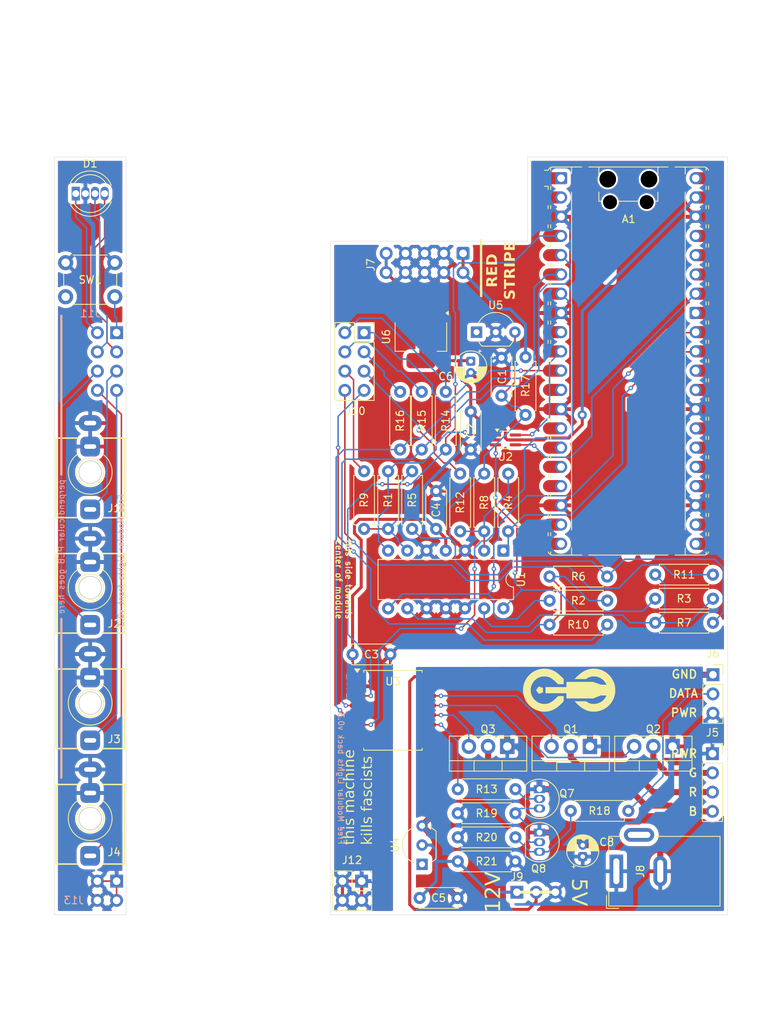
<source format=kicad_pcb>
(kicad_pcb (version 20241229) (generator "pcbnew") (generator_version "9.0")
  (title_block (title "Lights") (date "2025-11-12") (rev "v0.3") (company "Free Modular"))
  (layers (0 "F.Cu" signal) (2 "B.Cu" signal) (13 "F.Paste" user) (15 "B.Paste" user) (5 "F.SilkS" user "F.Silkscreen") (7 "B.SilkS" user "B.Silkscreen") (1 "F.Mask" user) (3 "B.Mask" user) (25 "Edge.Cuts" user))
  (net 0 "")
  (net 3 "Net-(A1-GPIO7)")
  (net 4 "/Rear Board/BTN")
  (net 18 "/Rear Board/LED_R")
  (net 19 "/Rear Board/AUDIO_IN_SCALED")
  (net 20 "/Rear Board/LED_PULSE_SIGNAL")
  (net 23 "/Rear Board/LED_B")
  (net 30 "/Rear Board/LED_G")
  (net 34 "/Rear Board/VREF_-5")
  (net 35 "/Rear Board/+12V")
  (net 36 "/Rear Board/LED Driver/LED_5V")
  (net 37 "/Rear Board/LED Driver/LED_GND")
  (net 38 "/Rear Board/LED Driver/LED_PWR")
  (net 39 "/Rear Board/-12V")
  (net 40 "Net-(Q1-G)")
  (net 41 "/Rear Board/LED Driver/LED_ANODE_R")
  (net 42 "Net-(Q3-G)")
  (net 43 "/Rear Board/LED Driver/LED_ANODE_G")
  (net 44 "/Rear Board/LED Driver/LED_ANODE_B")
  (net 45 "Net-(U1B--)")
  (net 46 "Net-(U1C--)")
  (net 47 "Net-(U1D--)")
  (net 48 "/Rear Board/CV_R")
  (net 49 "/Rear Board/CV_G")
  (net 50 "/Rear Board/CV_B")
  (net 51 "Net-(U1A--)")
  (net 52 "/Rear Board/IN_AUDIO")
  (net 53 "/Rear Board/LED Driver/ISOLATED_PULSE_SIGNAL")
  (net 56 "/Front Board/GND")
  (net 57 "/Front Board/IN_AUDIO")
  (net 58 "/Front Board/CV_R")
  (net 59 "/Front Board/CV_G")
  (net 60 "/Front Board/CV_B")
  (net 61 "/Front Board/BTN")
  (net 62 "/Front Board/LED_G")
  (net 63 "/Front Board/LED_B")
  (net 64 "/Front Board/LED_R")
  (net 65 "Net-(Q7-D)")
  (net 66 "Net-(Q7-G)")
  (net 67 "Net-(Q8-D)")
  (net 68 "/Rear Board/+3.3V")
  (net 69 "Net-(Q2-G)")
  (net 70 "Net-(U3-OUTD)")
  (net 71 "/Rear Board/PWM_SIGNAL_G")
  (net 72 "/Rear Board/PWM_SIGNAL_B")
  (net 73 "/Rear Board/PWM_SIGNAL_R")
  (net 75 "/Rear Board/GND")
  (net 76 "/Rear Board/G_CV_MUXED")
  (net 78 "/Rear Board/RB_CV_MUXED")
  (net 79 "Net-(U2-B2)")
  (net 80 "Net-(U2-B1)")
  (net 99 "Net-(J9-Pin_1)")
  (footprint "Capacitor_THT:C_Disc_D5.0mm_W2.5mm_P5.00mm" (layer "F.Cu") (at 113.792 65.358 -90)
    (property "Reference" "C2")
    (property "Value" "100nF")
  )
  (footprint "Package_TO_SOT_SMD:SOT-363_SC-70-6_Handsoldering" (layer "F.Cu") (at 118.364 69.088)
    (property "Reference" "U2")
    (property "Value" "SN74LVC1G3157DCKR")
  )
  (footprint "FreeModular:THONKICONN" (layer "F.Cu") (at 63.5 73.3425 180)
    (property "Reference" "J1")
    (property "Value" "THONKICONN")
    (fp_circle (center 0 0) (end -1.5 0) (stroke (width 0.12)) (fill no) (layer "Edge.Cuts"))
  )
  (footprint "Package_TO_SOT_THT:TO-220-3_Vertical" (layer "F.Cu") (at 140.462 109.54 180)
    (property "Reference" "Q2")
    (property "Value" "RFP30N06LE")
  )
  (footprint "Capacitor_THT:CP_Radial_D4.0mm_P1.50mm" (layer "F.Cu") (at 113.792 58.698 -90)
    (property "Reference" "C6")
    (property "Value" "10uF")
  )
  (footprint "Package_TO_SOT_THT:TO-220-3_Vertical" (layer "F.Cu") (at 118.618 109.54 180)
    (property "Reference" "Q3")
    (property "Value" "RFP30N06LE")
  )
  (footprint "Package_TO_SOT_THT:TO-92_Inline_Wide" (layer "F.Cu") (at 107.3575 125.095 90)
    (property "Reference" "U4")
    (property "Value" "LM4040BIZ-5")
  )
  (footprint "Package_TO_SOT_THT:TO-92_Inline_Wide" (layer "F.Cu") (at 114.554 54.864)
    (property "Reference" "U5")
    (property "Value" "LM4040BIZ-5")
  )
  (footprint "Package_SO:SOIC-16W_7.5x10.3mm_P1.27mm" (layer "F.Cu") (at 103.505 104.775)
    (property "Reference" "U3")
    (property "Value" "ISO6740")
  )
  (footprint "Package_DIP:DIP-14_W7.62mm" (layer "F.Cu") (at 118.11 83.698 -90)
    (property "Reference" "U1")
    (property "Value" "MCP6004")
  )
  (footprint "Connector_PinSocket_2.54mm:PinSocket_2x04_P2.54mm_Vertical" (layer "F.Cu") (at 99.695 54.9275)
    (property "Reference" "J10")
    (property "Value" "Conn_02x04_Top_Bottom")
  )
  (footprint "Resistor_THT:R_Axial_DIN0207_L6.3mm_D2.5mm_P7.62mm_Horizontal" (layer "F.Cu") (at 102.87 80.8355 90)
    (property "Reference" "R1")
    (property "Value" "33kΩ")
  )
  (footprint "Resistor_THT:R_Axial_DIN0207_L6.3mm_D2.5mm_P7.62mm_Horizontal" (layer "F.Cu") (at 99.695 73.2155 -90)
    (property "Reference" "R9")
    (property "Value" "100kΩ")
  )
  (footprint "Resistor_THT:R_Axial_DIN0207_L6.3mm_D2.5mm_P7.62mm_Horizontal" (layer "F.Cu") (at 131.826 90.297 180)
    (property "Reference" "R2")
    (property "Value" "33kΩ")
  )
  (footprint "Capacitor_THT:C_Disc_D5.0mm_W2.5mm_P5.00mm" (layer "F.Cu") (at 98.175 97.395)
    (property "Reference" "C3")
    (property "Value" "100nF")
  )
  (footprint "Capacitor_THT:C_Disc_D5.0mm_W2.5mm_P5.00mm" (layer "F.Cu") (at 107.0375 129.54)
    (property "Reference" "C5")
    (property "Value" "100nF")
  )
  (footprint "Resistor_THT:R_Axial_DIN0207_L6.3mm_D2.5mm_P7.62mm_Horizontal" (layer "F.Cu") (at 106.045 80.8355 90)
    (property "Reference" "R5")
    (property "Value" "51kΩ")
  )
  (footprint "Button_Switch_THT:SW_PUSH_6mm_H13mm" (layer "F.Cu") (at 60.25 45.6925)
    (property "Reference" "SW1")
    (property "Value" "TL1105SPF250Q")
  )
  (footprint "LED_THT:LED_D5.0mm-4_RGB" (layer "F.Cu") (at 61.595 36.576)
    (property "Reference" "D1")
    (property "Value" "LED_RKGB")
  )
  (footprint "Resistor_THT:R_Axial_DIN0207_L6.3mm_D2.5mm_P7.62mm_Horizontal" (layer "F.Cu") (at 119.6975 121.539 180)
    (property "Reference" "R20")
    (property "Value" "1kΩ")
  )
  (footprint "Resistor_THT:R_Axial_DIN0207_L6.3mm_D2.5mm_P7.62mm_Horizontal" (layer "F.Cu") (at 119.6975 118.364 180)
    (property "Reference" "R19")
    (property "Value" "1kΩ")
  )
  (footprint "Resistor_THT:R_Axial_DIN0207_L6.3mm_D2.5mm_P7.62mm_Horizontal" (layer "F.Cu") (at 107.315 62.738 -90)
    (property "Reference" "R15")
    (property "Value" "470Ω")
  )
  (footprint "Connector_PinSocket_2.54mm:PinSocket_2x02_P2.54mm_Vertical" (layer "F.Cu") (at 99.3775 127.3175)
    (property "Reference" "J12")
    (property "Value" "Conn_02x02_Top_Bottom")
  )
  (footprint "FreeModular:logo_small" (layer "F.Cu") (at 127.254 102.108)
    (property "Reference" "G1" (hide yes))
    (property "Value" "logo_small" (hide yes))
  )
  (footprint "Resistor_THT:R_Axial_DIN0207_L6.3mm_D2.5mm_P7.62mm_Horizontal" (layer "F.Cu") (at 131.826 93.472 180)
    (property "Reference" "R10")
    (property "Value" "100kΩ")
  )
  (footprint "Capacitor_THT:CP_Radial_D4.0mm_P1.50mm" (layer "F.Cu") (at 128.5875 124.079 90)
    (property "Reference" "C8")
    (property "Value" "10uF")
  )
  (footprint "Resistor_THT:R_Axial_DIN0207_L6.3mm_D2.5mm_P7.62mm_Horizontal" (layer "F.Cu") (at 119.6975 124.714 180)
    (property "Reference" "R21")
    (property "Value" "470Ω")
  )
  (footprint "Resistor_THT:R_Axial_DIN0207_L6.3mm_D2.5mm_P7.62mm_Horizontal" (layer "F.Cu") (at 121.031 58.166 -90)
    (property "Reference" "R17")
    (property "Value" "6.2kΩ")
  )
  (footprint "Resistor_THT:R_Axial_DIN0207_L6.3mm_D2.5mm_P7.62mm_Horizontal" (layer "F.Cu") (at 115.57 73.533 -90)
    (property "Reference" "R8")
    (property "Value" "100kΩ")
  )
  (footprint "Resistor_THT:R_Axial_DIN0207_L6.3mm_D2.5mm_P7.62mm_Horizontal" (layer "F.Cu") (at 145.796 90.043 180)
    (property "Reference" "R3")
    (property "Value" "33kΩ")
  )
  (footprint "Resistor_THT:R_Axial_DIN0207_L6.3mm_D2.5mm_P7.62mm_Horizontal" (layer "F.Cu") (at 131.826 87.122 180)
    (property "Reference" "R6")
    (property "Value" "51kΩ")
  )
  (footprint "Connector_PinSocket_2.54mm:PinSocket_1x04_P2.54mm_Vertical" (layer "F.Cu") (at 145.7325 110.49)
    (property "Reference" "J5")
    (property "Value" "Conn_01x04_Pin")
  )
  (footprint "Resistor_THT:R_Axial_DIN0207_L6.3mm_D2.5mm_P7.62mm_Horizontal" (layer "F.Cu") (at 127 118.0465)
    (property "Reference" "R18")
    (property "Value" "330Ω")
  )
  (footprint "Connector_IDC:IDC-Header_2x05_P2.54mm_Vertical" (layer "F.Cu") (at 112.776 44.4595 -90)
    (property "Reference" "J7")
    (property "Value" "Eurorack_2x5_Power")
  )
  (footprint "Package_TO_SOT_SMD:SOT-223-3_TabPin2" (layer "F.Cu") (at 107.202 55.474 -90)
    (property "Reference" "U6")
    (property "Value" "LM1117MP-3.3")
  )
  (footprint "Module:RaspberryPi_Pico_Common_Unspecified" (layer "F.Cu") (at 134.62 58.674)
    (property "Reference" "A1")
    (property "Value" "RaspberryPi_Pico")
  )
  (footprint "FreeModular:THONKICONN" (layer "F.Cu") (at 63.5 119.0625 180)
    (property "Reference" "J4")
    (property "Value" "THONKICONN")
    (fp_circle (center 0 0) (end -1.5 0) (stroke (width 0.12)) (fill no) (layer "Edge.Cuts"))
  )
  (footprint "Resistor_THT:R_Axial_DIN0207_L6.3mm_D2.5mm_P7.62mm_Horizontal" (layer "F.Cu") (at 145.796 93.218 180)
    (property "Reference" "R7")
    (property "Value" "51kΩ")
  )
  (footprint "Resistor_THT:R_Axial_DIN0207_L6.3mm_D2.5mm_P7.62mm_Horizontal" (layer "F.Cu") (at 119.6975 115.189 180)
    (property "Reference" "R13")
    (property "Value" "100Ω")
  )
  (footprint "Connector_BarrelJack:BarrelJack_Wuerth_6941xx301002" (layer "F.Cu") (at 133.0325 126.0125 90)
    (property "Reference" "J8")
    (property "Value" "Barrel_Jack")
  )
  (footprint "kikit:Board" (layer "F.Cu") (at 124.46 31.75)
    (property "Reference" "B2")
    (property "Value" "Board")
  )
  (footprint "Package_TO_SOT_THT:TO-92_Inline" (layer "F.Cu") (at 122.8725 115.189 -90)
    (property "Reference" "Q7")
    (property "Value" "2N7000")
  )
  (footprint "kikit:Board" (layer "F.Cu") (at 61.125 31.75)
    (property "Reference" "B1")
    (property "Value" "Board")
  )
  (footprint "Resistor_THT:R_Axial_DIN0207_L6.3mm_D2.5mm_P7.62mm_Horizontal" (layer "F.Cu") (at 110.49 62.738 -90)
    (property "Reference" "R14")
    (property "Value" "470Ω")
  )
  (footprint "FreeModular:THONKICONN" (layer "F.Cu") (at 63.5 103.8225 180)
    (property "Reference" "J3")
    (property "Value" "THONKICONN")
    (fp_circle (center 0 0) (end -1.5 0) (stroke (width 0.12)) (fill no) (layer "Edge.Cuts"))
  )
  (footprint "Connector_PinSocket_2.54mm:PinSocket_1x03_P2.54mm_Vertical" (layer "F.Cu") (at 145.796 100.076)
    (property "Reference" "J6")
    (property "Value" "Conn_01x03_Pin")
  )
  (footprint "Connector_PinSocket_2.54mm:PinSocket_1x03_P2.54mm_Vertical" (layer "F.Cu") (at 119.888 128.778 90)
    (property "Reference" "J9")
    (property "Value" "Conn_01x03_Pin")
  )
  (footprint "Capacitor_THT:C_Disc_D5.0mm_W2.5mm_P5.00mm" (layer "F.Cu") (at 109.22 80.8355 90)
    (property "Reference" "C4")
    (property "Value" "100nF")
  )
  (footprint "Package_TO_SOT_THT:TO-92_Inline" (layer "F.Cu") (at 122.8725 120.904 -90)
    (property "Reference" "Q8")
    (property "Value" "2N7000")
  )
  (footprint "Resistor_THT:R_Axial_DIN0207_L6.3mm_D2.5mm_P7.62mm_Horizontal" (layer "F.Cu") (at 112.395 73.533 -90)
    (property "Reference" "R12")
    (property "Value" "100kΩ")
  )
  (footprint "Resistor_THT:R_Axial_DIN0207_L6.3mm_D2.5mm_P7.62mm_Horizontal" (layer "F.Cu") (at 104.4575 62.738 -90)
    (property "Reference" "R16")
    (property "Value" "470Ω")
  )
  (footprint "FreeModular:THONKICONN" (layer "F.Cu") (at 63.5 88.5825 180)
    (property "Reference" "J2")
    (property "Value" "THONKICONN")
    (fp_circle (center 0 0) (end -1.5 0) (stroke (width 0.12)) (fill no) (layer "Edge.Cuts"))
  )
  (footprint "Capacitor_THT:C_Disc_D5.0mm_W2.5mm_P5.00mm" (layer "F.Cu") (at 117.856 63.246 90)
    (property "Reference" "C1")
    (property "Value" "100nF")
  )
  (footprint "Resistor_THT:R_Axial_DIN0207_L6.3mm_D2.5mm_P7.62mm_Horizontal" (layer "F.Cu") (at 145.796 86.868 180)
    (property "Reference" "R11")
    (property "Value" "100kΩ")
  )
  (footprint "Package_TO_SOT_THT:TO-220-3_Vertical" (layer "F.Cu") (at 129.54 109.54 180)
    (property "Reference" "Q1")
    (property "Value" "RFP30N06LE")
  )
  (footprint "Resistor_THT:R_Axial_DIN0207_L6.3mm_D2.5mm_P7.62mm_Horizontal" (layer "F.Cu") (at 118.745 73.533 -90)
    (property "Reference" "R4")
    (property "Value" "33kΩ")
  )
  (footprint "Connector_PinHeader_2.54mm:PinHeader_2x02_P2.54mm_Horizontal" (layer "B.Cu") (at 66.9925 127.3175 180)
    (property "Reference" "J13")
    (property "Value" "Conn_02x02_Top_Bottom")
  )
  (footprint "Connector_PinHeader_2.54mm:PinHeader_2x04_P2.54mm_Horizontal" (layer "B.Cu") (at 66.9925 54.9275 180)
    (property "Reference" "J11")
    (property "Value" "Conn_02x04_Top_Bottom")
  )
  (gr_rect (start 114.9985 42.6085) (end 115.316 50.2285) (stroke (width 0.0001)) (fill yes) (layer "F.SilkS"))
  (gr_line (start 59.69 73.66) (end 59.69 52.705) (stroke (width 0.3)) (layer "B.SilkS"))
  (gr_line (start 59.69 113.665) (end 59.69 92.71) (stroke (width 0.3)) (layer "B.SilkS"))
  (gr_line (start 121.285 31.75) (end 147.75 31.75) (stroke (width 0.05)) (layer "Edge.Cuts"))
  (gr_line (start 58.75 31.75) (end 58.75 131.75) (stroke (width 0.05)) (layer "Edge.Cuts"))
  (gr_line (start 63.5 31.75) (end 58.75 31.75) (stroke (width 0.05)) (layer "Edge.Cuts"))
  (gr_line (start 68.25 31.75) (end 63.5 31.75) (stroke (width 0.05)) (layer "Edge.Cuts"))
  (gr_line (start 58.75 131.75) (end 68.25 131.75) (stroke (width 0.05)) (layer "Edge.Cuts"))
  (gr_line (start 95.25 42.85) (end 121.285 42.8625) (stroke (width 0.05)) (layer "Edge.Cuts"))
  (gr_line (start 95.25 42.85) (end 95.25 131.75) (stroke (width 0.05)) (layer "Edge.Cuts"))
  (gr_line (start 68.25 31.75) (end 68.25 131.75) (stroke (width 0.05)) (layer "Edge.Cuts"))
  (gr_line (start 95.25 131.75) (end 147.75 131.75) (stroke (width 0.05)) (layer "Edge.Cuts"))
  (gr_line (start 147.75 31.75) (end 147.75 131.75) (stroke (width 0.05)) (layer "Edge.Cuts"))
  (gr_line (start 121.285 42.8625) (end 121.285 31.75) (stroke (width 0.05)) (layer "Edge.Cuts"))
  (gr_text "5V" (at 128.016 128.778 270) (layer "F.SilkS") (effects (font (size 2 2) (thickness 0.1))))
  (gr_text "RED\nSTRIPE" (at 117.856 46.736 90) (layer "F.SilkS") (effects (font (size 1.4 1.4) (thickness 0.2) (bold yes))))
  (gr_text "GND" (at 143.8275 100.0125 0) (layer "F.SilkS") (effects (font (size 1.1 1.1) (thickness 0.2) (bold yes)) (justify right)))
  (gr_text "this side towards\ncenter of module" (at 95.885 87.503 270) (layer "F.SilkS") (effects (font (size 0.8 0.8) (thickness 0.15) (bold yes)) (justify bottom)))
  (gr_text "B" (at 143.8275 118.11 0) (layer "F.SilkS") (effects (font (size 1.1 1.1) (thickness 0.2) (bold yes)) (justify right)))
  (gr_text "G" (at 143.8275 113.03 0) (layer "F.SilkS") (effects (font (size 1.1 1.1) (thickness 0.2) (bold yes)) (justify right)))
  (gr_text "PWR" (at 143.8275 105.0925 0) (layer "F.SilkS") (effects (font (size 1.1 1.1) (thickness 0.2) (bold yes)) (justify right)))
  (gr_text "DATA" (at 143.9325 102.5375 0) (layer "F.SilkS") (effects (font (size 1.1 1.1) (thickness 0.2) (bold yes)) (justify right)))
  (gr_text "12V" (at 116.84 128.778 90) (layer "F.SilkS") (effects (font (size 2 2) (thickness 0.1))))
  (gr_text "R" (at 143.8275 115.57 0) (layer "F.SilkS") (effects (font (size 1.1 1.1) (thickness 0.2) (bold yes)) (justify right)))
  (gr_text "PWR" (at 143.8275 110.49 0) (layer "F.SilkS") (effects (font (size 1.1 1.1) (thickness 0.2) (bold yes)) (justify right)))
  (gr_text "this machine\nkills fascists" (at 100.965 122.555 90) (layer "F.SilkS") (effects (font (size 1.4 1.4) (thickness 0.1)) (justify left bottom)))
  (gr_text "Free Modular Lights back v0.3" (at 96.2025 122.555 270) (layer "B.SilkS") (effects (font (size 0.75 0.75) (thickness 0.12)) (justify left bottom mirror)))
  (gr_text "perpendicular PCB goes here" (at 59.69 83.185 90) (layer "B.SilkS") (effects (font (size 0.8 0.8) (thickness 0.1)) (justify mirror)))
  (gr_text "Free Modular Lights front v0.3" (at 68 76.2 90) (layer "B.SilkS") (effects (font (size 0.75 0.75) (thickness 0.12)) (justify left bottom mirror)))
  (segment (start 121.808 68.438) (end 121.92 68.326) (width 0.2) (layer "F.Cu") (net 3))
  (segment (start 119.694 68.438) (end 121.808 68.438) (width 0.2) (layer "F.Cu") (net 3))
  (via (at 121.92 68.326) (size 0.6) (drill 0.3) (layers "F.Cu" "B.Cu") (net 3))
  (segment (start 121.92 68.326) (end 124.206 66.04) (width 0.2) (layer "B.Cu") (net 3))
  (segment (start 124.206 58.928) (end 125.73 57.404) (width 0.2) (layer "B.Cu") (net 3))
  (segment (start 124.206 66.04) (end 124.206 58.928) (width 0.2) (layer "B.Cu") (net 3))
  (segment (start 125.73 59.944) (end 120.396 59.944) (width 0.2) (layer "F.Cu") (net 4))
  (via (at 120.396 59.944) (size 0.6) (drill 0.3) (layers "F.Cu" "B.Cu") (net 4))
  (segment (start 110.998 64.008) (end 113.538 61.468) (width 0.2) (layer "B.Cu") (net 4))
  (segment (start 109.982 64.008) (end 110.998 64.008) (width 0.2) (layer "B.Cu") (net 4))
  (segment (start 114.808 61.468) (end 116.332 59.944) (width 0.2) (layer "B.Cu") (net 4))
  (segment (start 99.695 54.9275) (end 100.965 54.9275) (width 0.2) (layer "B.Cu") (net 4))
  (segment (start 104.4575 58.42) (end 105.41 58.42) (width 0.2) (layer "B.Cu") (net 4))
  (segment (start 108.712 62.738) (end 109.982 64.008) (width 0.2) (layer "B.Cu") (net 4))
  (segment (start 116.332 59.944) (end 120.396 59.944) (width 0.2) (layer "B.Cu") (net 4))
  (segment (start 100.965 54.9275) (end 104.4575 58.42) (width 0.2) (layer "B.Cu") (net 4))
  (segment (start 113.538 61.468) (end 114.808 61.468) (width 0.2) (layer "B.Cu") (net 4))
  (segment (start 108.712 61.722) (end 108.712 62.738) (width 0.2) (layer "B.Cu") (net 4))
  (segment (start 105.41 58.42) (end 108.712 61.722) (width 0.2) (layer "B.Cu") (net 4))
  (segment (start 102.108 53.0225) (end 99.06 53.0225) (width 0.2) (layer "B.Cu") (net 18))
  (segment (start 102.108 53.086) (end 102.108 53.0225) (width 0.2) (layer "B.Cu") (net 18))
  (segment (start 110.49 61.468) (end 102.108 53.086) (width 0.2) (layer "B.Cu") (net 18))
  (segment (start 110.49 62.738) (end 110.49 61.468) (width 0.2) (layer "B.Cu") (net 18))
  (segment (start 99.06 53.0225) (end 97.155 54.9275) (width 0.2) (layer "B.Cu") (net 18))
  (segment (start 139.7 57.4675) (end 134.9375 62.23) (width 0.2) (layer "F.Cu") (net 19))
  (segment (start 143.51 57.4675) (end 139.7 57.4675) (width 0.2) (layer "F.Cu") (net 19))
  (via (at 134.9375 62.23) (size 0.6) (drill 0.3) (layers "F.Cu" "B.Cu") (net 19))
  (segment (start 133.82625 63.34125) (end 134.9375 62.23) (width 0.2) (layer "B.Cu") (net 19))
  (segment (start 120.904 78.994) (end 127 78.994) (width 0.2) (layer "B.Cu") (net 19))
  (segment (start 127 78.994) (end 133.82625 72.16775) (width 0.2) (layer "B.Cu") (net 19))
  (segment (start 118.745 83.063) (end 118.11 83.698) (width 0.2) (layer "B.Cu") (net 19))
  (segment (start 118.745 81.153) (end 118.745 83.063) (width 0.2) (layer "B.Cu") (net 19))
  (segment (start 118.745 81.153) (end 120.904 78.994) (width 0.2) (layer "B.Cu") (net 19))
  (segment (start 133.82625 72.16775) (end 133.82625 63.34125) (width 0.2) (layer "B.Cu") (net 19))
  (segment (start 98.855 106.68) (end 100.5825 106.68) (width 0.2) (layer "F.Cu") (net 20))
  (segment (start 114.3 92.202) (end 112.522 93.98) (width 0.2) (layer "F.Cu") (net 20))
  (segment (start 114.3 86.106) (end 114.3 92.202) (width 0.2) (layer "F.Cu") (net 20))
  (via (at 112.522 93.98) (size 0.6) (drill 0.3) (layers "F.Cu" "B.Cu") (net 20))
  (via (at 114.3 86.106) (size 0.6) (drill 0.3) (layers "F.Cu" "B.Cu") (net 20))
  (via (at 100.5825 106.68) (size 0.6) (drill 0.3) (layers "F.Cu" "B.Cu") (net 20))
  (segment (start 115.2525 82.423) (end 115.8875 82.423) (width 0.2) (layer "B.Cu") (net 20))
  (segment (start 114.3 86.106) (end 114.3 83.3755) (width 0.2) (layer "B.Cu") (net 20))
  (segment (start 101.6 96.8375) (end 101.6 105.7275) (width 0.2) (layer "B.Cu") (net 20))
  (segment (start 120.904 70.270057) (end 122.340057 68.834) (width 0.2) (layer "B.Cu") (net 20))
  (segment (start 120.904 75.5015) (end 120.904 70.270057) (width 0.2) (layer "B.Cu") (net 20))
  (segment (start 115.8875 82.423) (end 116.84 81.4705) (width 0.2) (layer "B.Cu") (net 20))
  (segment (start 114.3 83.3755) (end 115.2525 82.423) (width 0.2) (layer "B.Cu") (net 20))
  (segment (start 126.492 68.834) (end 127.254 68.072) (width 0.2) (layer "B.Cu") (net 20))
  (segment (start 127.254 68.072) (end 127.254 51.308) (width 0.2) (layer "B.Cu") (net 20))
  (segment (start 127.254 51.308) (end 125.73 49.784) (width 0.2) (layer "B.Cu") (net 20))
  (segment (start 116.84 81.4705) (end 116.84 79.5655) (width 0.2) (layer "B.Cu") (net 20))
  (segment (start 112.522 93.98) (end 104.4575 93.98) (width 0.2) (layer "B.Cu") (net 20))
  (segment (start 100.6475 106.68) (end 100.5825 106.68) (width 0.2) (layer "B.Cu") (net 20))
  (segment (start 122.340057 68.834) (end 126.492 68.834) (width 0.2) (layer "B.Cu") (net 20))
  (segment (start 116.84 79.5655) (end 120.904 75.5015) (width 0.2) (layer "B.Cu") (net 20))
  (segment (start 104.4575 93.98) (end 101.6 96.8375) (width 0.2) (layer "B.Cu") (net 20))
  (segment (start 101.6 105.7275) (end 100.6475 106.68) (width 0.2) (layer "B.Cu") (net 20))
  (segment (start 102.362 60.1345) (end 102.362 60.6425) (width 0.2) (layer "B.Cu") (net 23))
  (segment (start 102.362 60.6425) (end 104.4575 62.738) (width 0.2) (layer "B.Cu") (net 23))
  (segment (start 99.695 57.4675) (end 102.362 60.1345) (width 0.2) (layer "B.Cu") (net 23))
  (segment (start 100.33 56.1975) (end 104.14 60.0075) (width 0.2) (layer "B.Cu") (net 30))
  (segment (start 104.5845 60.0075) (end 107.315 62.738) (width 0.2) (layer "B.Cu") (net 30))
  (segment (start 98.425 56.1975) (end 100.33 56.1975) (width 0.2) (layer "B.Cu") (net 30))
  (segment (start 104.14 60.0075) (end 104.5845 60.0075) (width 0.2) (layer "B.Cu") (net 30))
  (segment (start 97.155 57.4675) (end 98.425 56.1975) (width 0.2) (layer "B.Cu") (net 30))
  (segment (start 119.634 61.468) (end 119.634 54.864) (width 0.2) (layer "F.Cu") (net 34))
  (segment (start 117.856 63.246) (end 119.634 61.468) (width 0.2) (layer "F.Cu") (net 34))
  (segment (start 121.031 65.786) (end 119.888 64.643) (width 0.2) (layer "B.Cu") (net 34))
  (segment (start 117.348 86.868) (end 119.126 85.09) (width 0.2) (layer "B.Cu") (net 34))
  (segment (start 119.888 64.643) (end 119.253 64.643) (width 0.2) (layer "B.Cu") (net 34))
  (segment (start 110.998 78.105) (end 115.57 73.533) (width 0.2) (layer "B.Cu") (net 34))
  (segment (start 131.826 87.122) (end 129.794 85.09) (width 0.2) (layer "B.Cu") (net 34))
  (segment (start 146.05 84.836) (end 134.112 84.836) (width 0.2) (layer "B.Cu") (net 34))
  (segment (start 106.045 80.8355) (end 107.2515 82.042) (width 0.2) (layer "B.Cu") (net 34))
  (segment (start 111.76 85.09) (end 113.538 86.868) (width 0.2) (layer "B.Cu") (net 34))
  (segment (start 110.998 82.042) (end 110.998 78.105) (width 0.2) (layer "B.Cu") (net 34))
  (segment (start 110.998 82.042) (end 111.76 82.804) (width 0.2) (layer "B.Cu") (net 34))
  (segment (start 115.57 73.533) (end 115.57 71.247) (width 0.2) (layer "B.Cu") (net 34))
  (segment (start 147.149 91.865) (end 147.149 85.935) (width 0.2) (layer "B.Cu") (net 34))
  (segment (start 111.76 82.804) (end 111.76 85.09) (width 0.2) (layer "B.Cu") (net 34))
  (segment (start 145.796 93.218) (end 147.149 91.865) (width 0.2) (layer "B.Cu") (net 34))
  (segment (start 147.149 85.935) (end 146.05 84.836) (width 0.2) (layer "B.Cu") (net 34))
  (segment (start 113.538 86.868) (end 117.348 86.868) (width 0.2) (layer "B.Cu") (net 34))
  (segment (start 117.856 63.246) (end 119.253 64.643) (width 0.2) (layer "B.Cu") (net 34))
  (segment (start 134.112 84.836) (end 131.826 87.122) (width 0.2) (layer "B.Cu") (net 34))
  (segment (start 107.2515 82.042) (end 110.998 82.042) (width 0.2) (layer "B.Cu") (net 34))
  (segment (start 115.57 71.247) (end 121.031 65.786) (width 0.2) (layer "B.Cu") (net 34))
  (segment (start 119.126 85.09) (end 129.794 85.09) (width 0.2) (layer "B.Cu") (net 34))
  (segment (start 104.902 49.2855) (end 104.902 52.324) (width 0.4) (layer "F.Cu") (net 35))
  (segment (start 102.616 46.9995) (end 104.902 49.2855) (width 0.4) (layer "F.Cu") (net 35))
  (segment (start 102.616 46.9995) (end 102.616 44.4595) (width 0.4) (layer "B.Cu") (net 35))
  (segment (start 122.428 130.048) (end 121.427 131.049) (width 0.4) (layer "F.Cu") (net 36))
  (segment (start 106.3625 131.049) (end 105.7275 130.414) (width 0.4) (layer "F.Cu") (net 36))
  (segment (start 105.7275 130.414) (end 105.7275 100.965) (width 0.4) (layer "F.Cu") (net 36))
  (segment (start 122.428 128.778) (end 122.428 130.048) (width 0.4) (layer "F.Cu") (net 36))
  (segment (start 106.3625 100.33) (end 108.155 100.33) (width 0.4) (layer "F.Cu") (net 36))
  (segment (start 121.427 131.049) (end 106.3625 131.049) (width 0.4) (layer "F.Cu") (net 36))
  (segment (start 105.7275 100.965) (end 106.3625 100.33) (width 0.4) (layer "F.Cu") (net 36))
  (segment (start 140.462 101.6) (end 133.985 101.6) (width 0.8) (layer "F.Cu") (net 37))
  (segment (start 126.9125 120.904) (end 128.5875 122.579) (width 0.8) (layer "F.Cu") (net 37))
  (segment (start 112.0775 101.6) (end 108.155 101.6) (width 0.8) (layer "F.Cu") (net 37))
  (segment (start 118.618 109.54) (end 118.618 101.6) (width 0.8) (layer "F.Cu") (net 37))
  (segment (start 108.155 115.14) (end 108.585 115.57) (width 0.8) (layer "F.Cu") (net 37))
  (segment (start 108.585 118.745) (end 108.585 115.57) (width 0.8) (layer "F.Cu") (net 37))
  (segment (start 138.8325 126.0125) (end 138.8325 123.4225) (width 0.8) (layer "F.Cu") (net 37))
  (segment (start 133.985 101.6) (end 129.54 101.6) (width 0.8) (layer "F.Cu") (net 37))
  (segment (start 136.398 119.0625) (end 136.013 119.4475) (width 0.8) (layer "F.Cu") (net 37))
  (segment (start 108.155 110.49) (end 109.982 110.49) (width 0.8) (layer "F.Cu") (net 37))
  (segment (start 118.618 101.6) (end 114.3025 101.6) (width 0.8) (layer "F.Cu") (net 37))
  (segment (start 109.5375 127.04) (end 112.0375 129.54) (width 0.8) (layer "F.Cu") (net 37))
  (segment (start 124.4625 101.6) (end 118.618 101.6) (width 0.8) (layer "F.Cu") (net 37))
  (segment (start 133.0285 119.4475) (end 129.897 122.579) (width 0.8) (layer "F.Cu") (net 37))
  (segment (start 110.998 108.7755) (end 112.0775 107.696) (width 0.8) (layer "F.Cu") (net 37))
  (segment (start 145.796 100.076) (end 144.0815 100.076) (width 0.8) (layer "F.Cu") (net 37))
  (segment (start 142.5575 101.6) (end 140.462 101.6) (width 0.8) (layer "F.Cu") (net 37))
  (segment (start 109.5375 122.195) (end 109.5375 127.04) (width 0.8) (layer "F.Cu") (net 37))
  (segment (start 108.155 110.49) (end 108.155 111.125) (width 0.8) (layer "F.Cu") (net 37))
  (segment (start 129.54 109.54) (end 129.54 101.6) (width 0.8) (layer "F.Cu") (net 37))
  (segment (start 107.3575 120.015) (end 107.3575 119.9725) (width 0.8) (layer "F.Cu") (net 37))
  (segment (start 110.998 109.474) (end 110.998 108.7755) (width 0.8) (layer "F.Cu") (net 37))
  (segment (start 112.0775 107.696) (end 112.0775 101.6) (width 0.8) (layer "F.Cu") (net 37))
  (segment (start 114.3025 101.6) (end 112.0775 101.6) (width 0.8) (layer "F.Cu") (net 37))
  (segment (start 144.0815 100.076) (end 142.5575 101.6) (width 0.8) (layer "F.Cu") (net 37))
  (segment (start 138.8325 123.4225) (end 139.7 122.555) (width 0.8) (layer "F.Cu") (net 37))
  (segment (start 140.462 109.54) (end 140.462 101.6) (width 0.8) (layer "F.Cu") (net 37))
  (segment (start 108.155 111.125) (end 108.155 115.14) (width 0.8) (layer "F.Cu") (net 37))
  (segment (start 109.982 110.49) (end 110.998 109.474) (width 0.8) (layer "F.Cu") (net 37))
  (segment (start 122.67125 120.904) (end 126.9125 120.904) (width 0.8) (layer "F.Cu") (net 37))
  (segment (start 129.54 101.6) (end 124.4625 101.6) (width 0.8) (layer "F.Cu") (net 37))
  (segment (start 122.8725 115.189) (end 124.1425 115.189) (width 0.8) (layer "F.Cu") (net 37))
  (segment (start 124.1425 115.189) (end 124.7775 115.824) (width 0.8) (layer "F.Cu") (net 37))
  (segment (start 129.897 122.579) (end 128.5875 122.579) (width 0.8) (layer "F.Cu") (net 37))
  (segment (start 107.3575 120.015) (end 109.5375 122.195) (width 0.8) (layer "F.Cu") (net 37))
  (segment (start 139.7 122.555) (end 139.7 120.015) (width 0.8) (layer "F.Cu") (net 37))
  (segment (start 136.013 119.4475) (end 133.0285 119.4475) (width 0.8) (layer "F.Cu") (net 37))
  (segment (start 108.155 109.22) (end 108.155 110.49) (width 0.8) (layer "F.Cu") (net 37))
  (segment (start 138.7475 119.0625) (end 136.398 119.0625) (width 0.8) (layer "F.Cu") (net 37))
  (segment (start 107.3575 119.9725) (end 108.585 118.745) (width 0.8) (layer "F.Cu") (net 37))
  (segment (start 124.7775 115.824) (end 124.7775 120.904) (width 0.8) (layer "F.Cu") (net 37))
  (segment (start 139.7 120.015) (end 138.7475 119.0625) (width 0.8) (layer "F.Cu") (net 37))
  (segment (start 122.8725 115.189) (end 122.8725 112.4585) (width 0.8) (layer "B.Cu") (net 37))
  (segment (start 122.8725 112.4585) (end 119.954 109.54) (width 0.8) (layer "B.Cu") (net 37))
  (segment (start 119.954 109.54) (end 118.618 109.54) (width 0.8) (layer "B.Cu") (net 37))
  (segment (start 112.776 46.9995) (end 112.776 44.4595) (width 0.4) (layer "F.Cu") (net 39))
  (segment (start 117.5925 51.816) (end 118.999 51.816) (width 0.4) (layer "B.Cu") (net 39))
  (segment (start 121.031 53.848) (end 121.031 58.166) (width 0.4) (layer "B.Cu") (net 39))
  (segment (start 112.776 46.9995) (end 117.5925 51.816) (width 0.4) (layer "B.Cu") (net 39))
  (segment (start 118.999 51.816) (end 121.031 53.848) (width 0.4) (layer "B.Cu") (net 39))
  (segment (start 109.855 102.87) (end 108.155 102.87) (width 0.2) (layer "F.Cu") (net 40))
  (via (at 109.855 102.87) (size 0.6) (drill 0.3) (layers "F.Cu" "B.Cu") (net 40))
  (segment (start 124.46 109.54) (end 124.46 107.442) (width 0.2) (layer "B.Cu") (net 40))
  (segment (start 124.46 107.442) (end 119.888 102.87) (width 0.2) (layer "B.Cu") (net 40))
  (segment (start 109.855 102.87) (end 119.888 102.87) (width 0.2) (layer "B.Cu") (net 40))
  (segment (start 134.366 112.014) (end 137.922 115.57) (width 0.8) (layer "F.Cu") (net 41))
  (segment (start 127 108.966) (end 127.254 109.22) (width 0.8) (layer "F.Cu") (net 41))
  (segment (start 128.016 112.014) (end 134.366 112.014) (width 0.8) (layer "F.Cu") (net 41))
  (segment (start 127 109.54) (end 127 110.998) (width 0.8) (layer "F.Cu") (net 41))
  (segment (start 127 110.998) (end 128.016 112.014) (width 0.8) (layer "F.Cu") (net 41))
  (segment (start 137.922 115.57) (end 145.7325 115.57) (width 0.8) (layer "F.Cu") (net 41))
  (segment (start 109.855 105.41) (end 108.155 105.41) (width 0.2) (layer "F.Cu") (net 42))
  (via (at 109.855 105.41) (size 0.6) (drill 0.3) (layers "F.Cu" "B.Cu") (net 42))
  (segment (start 111.506 105.41) (end 109.855 105.41) (width 0.2) (layer "B.Cu") (net 42))
  (segment (start 113.538 109.54) (end 113.538 107.442) (width 0.2) (layer "B.Cu") (net 42))
  (segment (start 113.538 107.442) (end 111.506 105.41) (width 0.2) (layer "B.Cu") (net 42))
  (segment (start 139.707 113.03) (end 145.7325 113.03) (width 0.8) (layer "F.Cu") (net 43))
  (segment (start 137.922 111.245) (end 139.707 113.03) (width 0.8) (layer "F.Cu") (net 43))
  (segment (start 137.922 109.54) (end 137.922 111.245) (width 0.8) (layer "F.Cu") (net 43))
  (segment (start 145.7325 118.11) (end 140.97 118.11) (width 0.8) (layer "F.Cu") (net 44))
  (segment (start 133.604 114.046) (end 127 114.046) (width 0.8) (layer "F.Cu") (net 44))
  (segment (start 116.84 112.014) (end 116.078 111.252) (width 0.8) (layer "F.Cu") (net 44))
  (segment (start 140.208 117.348) (end 136.906 117.348) (width 0.8) (layer "F.Cu") (net 44))
  (segment (start 140.97 118.11) (end 140.208 117.348) (width 0.8) (layer "F.Cu") (net 44))
  (segment (start 116.078 111.252) (end 116.078 109.54) (width 0.8) (layer "F.Cu") (net 44))
  (segment (start 124.968 112.014) (end 116.84 112.014) (width 0.8) (layer "F.Cu") (net 44))
  (segment (start 127 114.046) (end 124.968 112.014) (width 0.8) (layer "F.Cu") (net 44))
  (segment (start 136.906 117.348) (end 133.604 114.046) (width 0.8) (layer "F.Cu") (net 44))
  (segment (start 102.87 81.158) (end 102.87 80.8355) (width 0.2) (layer "F.Cu") (net 45))
  (segment (start 99.695 80.8355) (end 102.87 80.8355) (width 0.2) (layer "F.Cu") (net 45))
  (segment (start 104.14 82.1055) (end 104.14 82.428) (width 0.2) (layer "B.Cu") (net 45))
  (segment (start 102.87 80.8355) (end 104.394 79.3115) (width 0.2) (layer "B.Cu") (net 45))
  (segment (start 104.394 74.8665) (end 106.045 73.2155) (width 0.2) (layer "B.Cu") (net 45))
  (segment (start 104.394 79.3115) (end 104.394 74.8665) (width 0.2) (layer "B.Cu") (net 45))
  (segment (start 102.87 80.8355) (end 104.14 82.1055) (width 0.2) (layer "B.Cu") (net 45))
  (segment (start 104.14 82.428) (end 105.41 83.698) (width 0.2) (layer "B.Cu") (net 45))
  (segment (start 125.73 88.646) (end 125.73 91.948) (width 0.2) (layer "F.Cu") (net 46))
  (segment (start 125.73 91.948) (end 124.206 93.472) (width 0.2) (layer "F.Cu") (net 46))
  (segment (start 124.206 87.122) (end 125.73 88.646) (width 0.2) (layer "F.Cu") (net 46))
  (segment (start 129.413 90.297) (end 126.238 87.122) (width 0.2) (layer "B.Cu") (net 46))
  (segment (start 115.824 94.488) (end 114.046 92.71) (width 0.2) (layer "B.Cu") (net 46))
  (segment (start 122.682 93.472) (end 121.666 94.488) (width 0.2) (layer "B.Cu") (net 46))
  (segment (start 126.238 87.122) (end 124.206 87.122) (width 0.2) (layer "B.Cu") (net 46))
  (segment (start 106.802 92.71) (end 105.41 91.318) (width 0.2) (layer "B.Cu") (net 46))
  (segment (start 124.206 93.472) (end 122.682 93.472) (width 0.2) (layer "B.Cu") (net 46))
  (segment (start 121.666 94.488) (end 115.824 94.488) (width 0.2) (layer "B.Cu") (net 46))
  (segment (start 131.826 90.297) (end 129.413 90.297) (width 0.2) (layer "B.Cu") (net 46))
  (segment (start 114.046 92.71) (end 106.802 92.71) (width 0.2) (layer "B.Cu") (net 46))
  (segment (start 138.176 93.218) (end 142.621 93.218) (width 0.2) (layer "B.Cu") (net 47))
  (segment (start 138.176 93.218) (end 134.874 93.218) (width 0.2) (layer "B.Cu") (net 47))
  (segment (start 134.874 93.218) (end 133.858 92.202) (width 0.2) (layer "B.Cu") (net 47))
  (segment (start 139.446 88.138) (end 139.446 91.948) (width 0.2) (layer "B.Cu") (net 47))
  (segment (start 133.858 92.202) (end 122.936 92.202) (width 0.2) (layer "B.Cu") (net 47))
  (segment (start 142.621 93.218) (end 145.796 90.043) (width 0.2) (layer "B.Cu") (net 47))
  (segment (start 115.57 92.71) (end 115.57 91.318) (width 0.2) (layer "B.Cu") (net 47))
  (segment (start 116.586 93.726) (end 115.57 92.71) (width 0.2) (layer "B.Cu") (net 47))
  (segment (start 122.936 92.202) (end 121.412 93.726) (width 0.2) (layer "B.Cu") (net 47))
  (segment (start 138.176 86.868) (end 139.446 88.138) (width 0.2) (layer "B.Cu") (net 47))
  (segment (start 121.412 93.726) (end 116.586 93.726) (width 0.2) (layer "B.Cu") (net 47))
  (segment (start 139.446 91.948) (end 138.176 93.218) (width 0.2) (layer "B.Cu") (net 47))
  (segment (start 98.306 71.8265) (end 98.306 61.1585) (width 0.2) (layer "F.Cu") (net 48))
  (segment (start 99.695 73.2155) (end 98.306 71.8265) (width 0.2) (layer "F.Cu") (net 48))
  (segment (start 98.306 61.1585) (end 97.155 60.0075) (width 0.2) (layer "F.Cu") (net 48))
  (segment (start 98.298 83.82) (end 96.266 81.788) (width 0.2) (layer "F.Cu") (net 49))
  (segment (start 96.266 81.788) (end 96.266 70.104) (width 0.2) (layer "F.Cu") (net 49))
  (via (at 96.266 70.104) (size 0.6) (drill 0.3) (layers "F.Cu" "B.Cu") (net 49))
  (via (at 98.298 83.82) (size 0.6) (drill 0.3) (layers "F.Cu" "B.Cu") (net 49))
  (segment (start 98.298 83.82) (end 100.584 86.106) (width 0.2) (layer "B.Cu") (net 49))
  (segment (start 113.445 93.379) (end 115.57 95.504) (width 0.2) (layer "B.Cu") (net 49))
  (segment (start 96.266 65.9765) (end 96.266 70.104) (width 0.2) (layer "B.Cu") (net 49))
  (segment (start 103.031 93.379) (end 113.445 93.379) (width 0.2) (layer "B.Cu") (net 49))
  (segment (start 99.695 62.5475) (end 96.266 65.9765) (width 0.2) (layer "B.Cu") (net 49))
  (segment (start 100.584 90.932) (end 103.031 93.379) (width 0.2) (layer "B.Cu") (net 49))
  (segment (start 129.794 95.504) (end 131.826 93.472) (width 0.2) (layer "B.Cu") (net 49))
  (segment (start 100.584 86.106) (end 100.584 90.932) (width 0.2) (layer "B.Cu") (net 49))
  (segment (start 115.57 95.504) (end 129.794 95.504) (width 0.2) (layer "B.Cu") (net 49))
  (segment (start 98.298 82.55) (end 97.155 81.407) (width 0.2) (layer "F.Cu") (net 50))
  (segment (start 97.155 81.407) (end 97.155 62.5475) (width 0.2) (layer "F.Cu") (net 50))
  (via (at 98.298 82.55) (size 0.6) (drill 0.3) (layers "F.Cu" "B.Cu") (net 50))
  (segment (start 129.54 88.646) (end 133.35 88.646) (width 0.2) (layer "B.Cu") (net 50))
  (segment (start 98.298 82.55) (end 101.346 85.598) (width 0.2) (layer "B.Cu") (net 50))
  (segment (start 126.746 85.852) (end 129.54 88.646) (width 0.2) (layer "B.Cu") (net 50))
  (segment (start 133.35 88.646) (end 136.398 85.598) (width 0.2) (layer "B.Cu") (net 50))
  (segment (start 136.398 85.598) (end 139.192 85.598) (width 0.2) (layer "B.Cu") (net 50))
  (segment (start 139.192 85.598) (end 140.462 86.868) (width 0.2) (layer "B.Cu") (net 50))
  (segment (start 117.602 87.63) (end 119.38 85.852) (width 0.2) (layer "B.Cu") (net 50))
  (segment (start 140.462 86.868) (end 145.796 86.868) (width 0.2) (layer "B.Cu") (net 50))
  (segment (start 113.284 87.63) (end 117.602 87.63) (width 0.2) (layer "B.Cu") (net 50))
  (segment (start 101.346 85.598) (end 111.252 85.598) (width 0.2) (layer "B.Cu") (net 50))
  (segment (start 119.38 85.852) (end 126.746 85.852) (width 0.2) (layer "B.Cu") (net 50))
  (segment (start 111.252 85.598) (end 113.284 87.63) (width 0.2) (layer "B.Cu") (net 50))
  (segment (start 115.57 83.698) (end 115.57 81.153) (width 0.2) (layer "F.Cu") (net 51))
  (segment (start 118.745 73.533) (end 118.745 76.073) (width 0.2) (layer "B.Cu") (net 51))
  (segment (start 112.395 81.153) (end 115.57 81.153) (width 0.2) (layer "B.Cu") (net 51))
  (segment (start 115.57 79.248) (end 115.57 81.153) (width 0.2) (layer "B.Cu") (net 51))
  (segment (start 118.745 76.073) (end 115.57 79.248) (width 0.2) (layer "B.Cu") (net 51))
  (segment (start 110.236 72.136) (end 108.966 70.866) (width 0.2) (layer "F.Cu") (net 52))
  (segment (start 112.395 73.533) (end 110.998 72.136) (width 0.2) (layer "F.Cu") (net 52))
  (segment (start 108.966 70.866) (end 108.966 69.85) (width 0.2) (layer "F.Cu") (net 52))
  (segment (start 110.744 72.136) (end 110.236 72.136) (width 0.2) (layer "F.Cu") (net 52))
  (segment (start 110.998 72.136) (end 110.744 72.136) (width 0.2) (layer "F.Cu") (net 52))
  (segment (start 108.966 69.85) (end 106.934 67.818) (width 0.2) (layer "F.Cu") (net 52))
  (via (at 106.934 67.818) (size 0.6) (drill 0.3) (layers "F.Cu" "B.Cu") (net 52))
  (segment (start 106.934 67.818) (end 106.934 67.2465) (width 0.2) (layer "B.Cu") (net 52))
  (segment (start 106.934 67.2465) (end 99.695 60.0075) (width 0.2) (layer "B.Cu") (net 52))
  (segment (start 139.192 112.776) (end 139.192 113.4745) (width 0.2) (layer "B.Cu") (net 53))
  (segment (start 139.192 106.172) (end 139.192 112.776) (width 0.2) (layer "B.Cu") (net 53))
  (segment (start 139.192 113.4745) (end 134.62 118.0465) (width 0.2) (layer "B.Cu") (net 53))
  (segment (start 145.796 102.616) (end 142.748 102.616) (width 0.2) (layer "B.Cu") (net 53))
  (segment (start 142.748 102.616) (end 139.192 106.172) (width 0.2) (layer "B.Cu") (net 53))
  (segment (start 65.7225 128.5875) (end 64.4525 129.8575) (width 0.2) (layer "F.Cu") (net 56))
  (segment (start 63.5 82.1025) (end 60.455 82.1025) (width 0.2) (layer "F.Cu") (net 56))
  (segment (start 60.325 97.4725) (end 60.325 114.6175) (width 0.2) (layer "F.Cu") (net 56))
  (segment (start 61.9125 47.355) (end 61.9125 63.5) (width 0.2) (layer "F.Cu") (net 56))
  (segment (start 63.5 66.8625) (end 63.5 69.9625) (width 0.2) (layer "F.Cu") (net 56))
  (segment (start 65.7225 128.5875) (end 66.9925 129.8575) (width 0.2) (layer "F.Cu") (net 56))
  (segment (start 60.455 82.1025) (end 60.325 82.2325) (width 0.2) (layer "F.Cu") (net 56))
  (segment (start 60.325 71.4375) (end 60.325 81.28) (width 0.2) (layer "F.Cu") (net 56))
  (segment (start 63.5 66.8625) (end 63.5 65.0875) (width 0.2) (layer "F.Cu") (net 56))
  (segment (start 60.25 45.6925) (end 61.9125 47.355) (width 0.2) (layer "F.Cu") (net 56))
  (segment (start 60.325 81.28) (end 60.325 82.2325) (width 0.2) (layer "F.Cu") (net 56))
  (segment (start 63.5 97.3425) (end 63.5 100.4425) (width 0.2) (layer "F.Cu") (net 56))
  (segment (start 63.5 112.5825) (end 63.5 115.6825) (width 0.2) (layer "F.Cu") (net 56))
  (segment (start 62.865 43.0775) (end 62.865 36.5125) (width 0.2) (layer "F.Cu") (net 56))
  (segment (start 60.455 97.3425) (end 60.325 97.4725) (width 0.2) (layer "F.Cu") (net 56))
  (segment (start 63.5 97.3425) (end 60.455 97.3425) (width 0.2) (layer "F.Cu") (net 56))
  (segment (start 63.5 65.0875) (end 61.9125 63.5) (width 0.2) (layer "F.Cu") (net 56))
  (segment (start 64.4525 129.8575) (end 61.9125 127.3175) (width 0.2) (layer "F.Cu") (net 56))
  (segment (start 60.25 45.6925) (end 62.865 43.0775) (width 0.2) (layer "F.Cu") (net 56))
  (segment (start 64.4525 127.3175) (end 66.9925 127.3175) (width 0.2) (layer "F.Cu") (net 56))
  (segment (start 60.325 125.73) (end 61.9125 127.3175) (width 0.2) (layer "F.Cu") (net 56))
  (segment (start 66.9925 127.3175) (end 66.9925 129.8575) (width 0.2) (layer "F.Cu") (net 56))
  (segment (start 60.325 114.6175) (end 60.325 115.57) (width 0.2) (layer "F.Cu") (net 56))
  (segment (start 63.5 115.6825) (end 60.4375 115.6825) (width 0.2) (layer "F.Cu") (net 56))
  (segment (start 60.325 115.57) (end 60.325 125.73) (width 0.2) (layer "F.Cu") (net 56))
  (segment (start 60.325 82.2325) (end 60.325 97.4725) (width 0.2) (layer "F.Cu") (net 56))
  (segment (start 63.5 69.9625) (end 61.8 69.9625) (width 0.2) (layer "F.Cu") (net 56))
  (segment (start 64.4525 127.3175) (end 65.7225 128.5875) (width 0.2) (layer "F.Cu") (net 56))
  (segment (start 61.8 69.9625) (end 60.325 71.4375) (width 0.2) (layer "F.Cu") (net 56))
  (segment (start 63.5 82.1025) (end 63.5 85.2025) (width 0.2) (layer "F.Cu") (net 56))
  (segment (start 66.9925 60.0075) (end 65.7225 61.2775) (width 0.2) (layer "B.Cu") (net 57))
  (segment (start 65.7225 61.2775) (end 65.7225 76.04) (width 0.2) (layer "B.Cu") (net 57))
  (segment (start 65.7225 76.04) (end 63.5 78.2625) (width 0.2) (layer "B.Cu") (net 57))
  (segment (start 59.69 64.77) (end 59.69 89.6925) (width 0.2) (layer "B.Cu") (net 58))
  (segment (start 64.4525 60.0075) (end 59.69 64.77) (width 0.2) (layer "B.Cu") (net 58))
  (segment (start 59.69 89.6925) (end 63.5 93.5025) (width 0.2) (layer "B.Cu") (net 58))
  (segment (start 66.9925 105.25) (end 63.5 108.7425) (width 0.2) (layer "B.Cu") (net 59))
  (segment (start 66.9925 62.5475) (end 66.9925 105.25) (width 0.2) (layer "B.Cu") (net 59))
  (segment (start 67.6275 65.7225) (end 67.6275 119.855) (width 0.2) (layer "F.Cu") (net 60))
  (segment (start 67.6275 119.855) (end 63.5 123.9825) (width 0.2) (layer "F.Cu") (net 60))
  (segment (start 64.4525 62.5475) (end 67.6275 65.7225) (width 0.2) (layer "F.Cu") (net 60))
  (segment (start 66.75 50.1925) (end 66.75 52.78) (width 0.2) (layer "B.Cu") (net 61))
  (segment (start 66.75 52.78) (end 66.9925 53.0225) (width 0.2) (layer "B.Cu") (net 61))
  (segment (start 66.9925 53.0225) (end 66.9925 54.9275) (width 0.2) (layer "B.Cu") (net 61))
  (segment (start 64.77 40.259) (end 64.135 39.624) (width 0.2) (layer "B.Cu") (net 62))
  (segment (start 64.77 51.7525) (end 64.77 40.259) (width 0.2) (layer "B.Cu") (net 62))
  (segment (start 65.7225 52.705) (end 64.77 51.7525) (width 0.2) (layer "B.Cu") (net 62))
  (segment (start 64.135 39.624) (end 64.135 36.576) (width 0.2) (layer "B.Cu") (net 62))
  (segment (start 65.7225 56.1975) (end 65.7225 52.705) (width 0.2) (layer "B.Cu") (net 62))
  (segment (start 64.4525 57.4675) (end 65.7225 56.1975) (width 0.2) (layer "B.Cu") (net 62))
  (segment (start 65.405 42.418) (end 65.405 36.576) (width 0.2) (layer "F.Cu") (net 63))
  (segment (start 66.9925 57.4675) (end 65.7225 56.1975) (width 0.2) (layer "F.Cu") (net 63))
  (segment (start 65.7225 53.6575) (end 64.135 52.07) (width 0.2) (layer "F.Cu") (net 63))
  (segment (start 64.135 43.688) (end 65.405 42.418) (width 0.2) (layer "F.Cu") (net 63))
  (segment (start 65.7225 56.1975) (end 65.7225 53.6575) (width 0.2) (layer "F.Cu") (net 63))
  (segment (start 64.135 52.07) (end 64.135 43.688) (width 0.2) (layer "F.Cu") (net 63))
  (segment (start 63.02375 53.49875) (end 63.02375 41.11625) (width 0.2) (layer "B.Cu") (net 64))
  (segment (start 64.4525 54.9275) (end 63.02375 53.49875) (width 0.2) (layer "B.Cu") (net 64))
  (segment (start 61.595 39.6875) (end 63.02375 41.11625) (width 0.2) (layer "B.Cu") (net 64))
  (segment (start 61.595 36.5125) (end 61.595 39.6875) (width 0.2) (layer "B.Cu") (net 64))
  (segment (start 122.83 117.729) (end 120.3325 117.729) (width 0.2) (layer "B.Cu") (net 65))
  (segment (start 121.285 121.8565) (end 121.6025 122.174) (width 0.2) (layer "B.Cu") (net 65))
  (segment (start 119.6975 118.364) (end 121.285 119.9515) (width 0.2) (layer "B.Cu") (net 65))
  (segment (start 120.3325 117.729) (end 119.6975 118.364) (width 0.2) (layer "B.Cu") (net 65))
  (segment (start 121.285 119.9515) (end 121.285 121.8565) (width 0.2) (layer "B.Cu") (net 65))
  (segment (start 121.6025 122.174) (end 122.83 122.174) (width 0.2) (layer "B.Cu") (net 65))
  (segment (start 120.9675 116.459) (end 119.6975 115.189) (width 0.2) (layer "B.Cu") (net 66))
  (segment (start 122.83 116.459) (end 120.9675 116.459) (width 0.2) (layer "B.Cu") (net 66))
  (segment (start 119.6975 121.539) (end 121.6025 123.444) (width 0.2) (layer "B.Cu") (net 67))
  (segment (start 121.6025 123.444) (end 122.83 123.444) (width 0.2) (layer "B.Cu") (net 67))
  (segment (start 127 120.44787) (end 124.00387 123.444) (width 0.2) (layer "B.Cu") (net 67))
  (segment (start 124.00387 123.444) (end 122.83 123.444) (width 0.2) (layer "B.Cu") (net 67))
  (segment (start 127 118.0465) (end 127 120.44787) (width 0.2) (layer "B.Cu") (net 67))
  (segment (start 123.447528 69.088) (end 119.694 69.088) (width 0.4) (layer "F.Cu") (net 68))
  (segment (start 98.855 99.49) (end 98.175 98.81) (width 0.4) (layer "F.Cu") (net 68))
  (segment (start 107.202 58.624) (end 112.268 58.624) (width 0.4) (layer "F.Cu") (net 68))
  (segment (start 99.314 88.519) (end 98.175 89.658) (width 0.4) (layer "F.Cu") (net 68))
  (segment (start 128.524 65.786) (end 128.524 67.056) (width 0.4) (layer "F.Cu") (net 68))
  (segment (start 117.602 67.056) (end 115.49 67.056) (width 0.4) (layer "F.Cu") (net 68))
  (segment (start 98.175 89.658) (end 98.175 97.395) (width 0.4) (layer "F.Cu") (net 68))
  (segment (start 123.701528 68.834) (end 123.447528 69.088) (width 0.4) (layer "F.Cu") (net 68))
  (segment (start 98.425 81.407) (end 99.314 82.296) (width 0.4) (layer "F.Cu") (net 68))
  (segment (start 118.364 68.834) (end 118.364 67.818) (width 0.4) (layer "F.Cu") (net 68))
  (segment (start 99.06 79.5655) (end 98.425 80.2005) (width 0.4) (layer "F.Cu") (net 68))
  (segment (start 113.792 62.23) (end 112.268 60.706) (width 0.4) (layer "F.Cu") (net 68))
  (segment (start 112.268 60.706) (end 112.268 58.624) (width 0.4) (layer "F.Cu") (net 68))
  (segment (start 109.22 80.8355) (end 107.95 79.5655) (width 0.4) (layer "F.Cu") (net 68))
  (segment (start 110.49 83.698) (end 110.49 82.1055) (width 0.4) (layer "F.Cu") (net 68))
  (segment (start 113.792 65.358) (end 113.792 62.23) (width 0.4) (layer "F.Cu") (net 68))
  (segment (start 99.314 82.296) (end 99.314 88.519) (width 0.4) (layer "F.Cu") (net 68))
  (segment (start 115.49 67.056) (end 113.792 65.358) (width 0.4) (layer "F.Cu") (net 68))
  (segment (start 107.202 58.624) (end 107.202 52.324) (width 0.4) (layer "F.Cu") (net 68))
  (segment (start 107.95 79.5655) (end 99.06 79.5655) (width 0.4) (layer "F.Cu") (net 68))
  (segment (start 126.746 68.834) (end 123.701528 68.834) (width 0.4) (layer "F.Cu") (net 68))
  (segment (start 113.718 58.624) (end 113.792 58.698) (width 0.4) (layer "F.Cu") (net 68))
  (segment (start 118.364 67.818) (end 117.602 67.056) (width 0.4) (layer "F.Cu") (net 68))
  (segment (start 119.694 69.088) (end 118.618 69.088) (width 0.4) (layer "F.Cu") (net 68))
  (segment (start 98.425 80.2005) (end 98.425 81.407) (width 0.4) (layer "F.Cu") (net 68))
  (segment (start 128.524 67.056) (end 126.746 68.834) (width 0.4) (layer "F.Cu") (net 68))
  (segment (start 118.618 69.088) (end 118.364 68.834) (width 0.4) (layer "F.Cu") (net 68))
  (segment (start 98.175 98.81) (end 98.175 97.395) (width 0.4) (layer "F.Cu") (net 68))
  (segment (start 110.49 82.1055) (end 109.22 80.8355) (width 0.4) (layer "F.Cu") (net 68))
  (segment (start 112.268 58.624) (end 113.718 58.624) (width 0.4) (layer "F.Cu") (net 68))
  (segment (start 98.855 100.33) (end 98.855 99.49) (width 0.4) (layer "F.Cu") (net 68))
  (via (at 128.524 65.786) (size 1.2) (drill 0.6) (layers "F.Cu" "B.Cu") (net 68))
  (segment (start 113.792 68.326) (end 113.792 65.358) (width 0.4) (layer "B.Cu") (net 68))
  (segment (start 112.268 69.85) (end 113.792 68.326) (width 0.4) (layer "B.Cu") (net 68))
  (segment (start 112.268 70.612) (end 112.268 69.85) (width 0.4) (layer "B.Cu") (net 68))
  (segment (start 107.696 79.3115) (end 107.696 75.184) (width 0.4) (layer "B.Cu") (net 68))
  (segment (start 128.524 65.786) (end 128.524 52.07) (width 0.4) (layer "B.Cu") (net 68))
  (segment (start 128.524 52.07) (end 143.51 37.084) (width 0.4) (layer "B.Cu") (net 68))
  (segment (start 107.696 75.184) (end 112.268 70.612) (width 0.4) (layer "B.Cu") (net 68))
  (segment (start 109.22 80.8355) (end 107.696 79.3115) (width 0.4) (layer "B.Cu") (net 68))
  (segment (start 109.855 104.14) (end 108.155 104.14) (width 0.2) (layer "F.Cu") (net 69))
  (via (at 109.855 104.14) (size 0.6) (drill 0.3) (layers "F.Cu" "B.Cu") (net 69))
  (segment (start 135.382 109.54) (end 133.924 110.998) (width 0.2) (layer "B.Cu") (net 69))
  (segment (start 123.952 110.998) (end 122.428 109.474) (width 0.2) (layer "B.Cu") (net 69))
  (segment (start 133.924 110.998) (end 123.952 110.998) (width 0.2) (layer "B.Cu") (net 69))
  (segment (start 122.428 109.474) (end 117.094 104.14) (width 0.2) (layer "B.Cu") (net 69))
  (segment (start 117.094 104.14) (end 109.855 104.14) (width 0.2) (layer "B.Cu") (net 69))
  (segment (start 109.855 106.68) (end 108.155 106.68) (width 0.2) (layer "F.Cu") (net 70))
  (via (at 109.855 106.68) (size 0.6) (drill 0.3) (layers "F.Cu" "B.Cu") (net 70))
  (segment (start 109.855 106.68) (end 112.0775 108.9025) (width 0.2) (layer "B.Cu") (net 70))
  (segment (start 112.0775 108.9025) (end 112.0775 115.189) (width 0.2) (layer "B.Cu") (net 70))
  (segment (start 98.855 104.14) (end 97.282 104.14) (width 0.2) (layer "F.Cu") (net 71))
  (via (at 97.282 104.14) (size 0.6) (drill 0.3) (layers "F.Cu" "B.Cu") (net 71))
  (segment (start 122.789 49.677) (end 122.789 59.69) (width 0.2) (layer "B.Cu") (net 71))
  (segment (start 111.76 65.532) (end 111.76 65.913) (width 0.2) (layer "B.Cu") (net 71))
  (segment (start 96.774 103.632) (end 96.774 72.136) (width 0.2) (layer "B.Cu") (net 71))
  (segment (start 116.84 61.976) (end 115.062 63.754) (width 0.2) (layer "B.Cu") (net 71))
  (segment (start 111.76 65.913) (end 107.315 70.358) (width 0.2) (layer "B.Cu") (net 71))
  (segment (start 126.238 48.514) (end 123.952 48.514) (width 0.2) (layer "B.Cu") (net 71))
  (segment (start 123.19 49.276) (end 122.789 49.677) (width 0.2) (layer "B.Cu") (net 71))
  (segment (start 127 46.99) (end 127 47.752) (width 0.2) (layer "B.Cu") (net 71))
  (segment (start 113.538 63.754) (end 111.76 65.532) (width 0.2) (layer "B.Cu") (net 71))
  (segment (start 123.952 48.514) (end 123.19 49.276) (width 0.2) (layer "B.Cu") (net 71))
  (segment (start 107.315 70.358) (end 106.045 71.628) (width 0.2) (layer "B.Cu") (net 71))
  (segment (start 115.062 63.754) (end 113.538 63.754) (width 0.2) (layer "B.Cu") (net 71))
  (segment (start 122.789 59.837) (end 120.65 61.976) (width 0.2) (layer "B.Cu") (net 71))
  (segment (start 106.045 71.628) (end 97.282 71.628) (width 0.2) (layer "B.Cu") (net 71))
  (segment (start 97.282 104.14) (end 96.774 103.632) (width 0.2) (layer "B.Cu") (net 71))
  (segment (start 125.73 44.704) (end 127 45.974) (width 0.2) (layer "B.Cu") (net 71))
  (segment (start 122.789 59.69) (end 122.789 59.837) (width 0.2) (layer "B.Cu") (net 71))
  (segment (start 127 47.752) (end 126.238 48.514) (width 0.2) (layer "B.Cu") (net 71))
  (segment (start 120.65 61.976) (end 116.84 61.976) (width 0.2) (layer "B.Cu") (net 71))
  (segment (start 127 45.974) (end 127 46.99) (width 0.2) (layer "B.Cu") (net 71))
  (segment (start 96.774 72.136) (end 97.282 71.628) (width 0.2) (layer "B.Cu") (net 71))
  (segment (start 98.855 105.41) (end 97.155 105.41) (width 0.2) (layer "F.Cu") (net 72))
  (segment (start 97.155 105.41) (end 96.52 104.775) (width 0.2) (layer "F.Cu") (net 72))
  (via (at 96.52 104.775) (size 0.6) (drill 0.3) (layers "F.Cu" "B.Cu") (net 72))
  (segment (start 116.68125 60.96) (end 120.396 60.96) (width 0.2) (layer "B.Cu") (net 72))
  (segment (start 105.9815 68.834) (end 107.188 68.834) (width 0.2) (layer "B.Cu") (net 72))
  (segment (start 122.174 48.9585) (end 123.825 47.3075) (width 0.2) (layer "B.Cu") (net 72))
  (segment (start 114.90325 62.738) (end 116.68125 60.96) (width 0.2) (layer "B.Cu") (net 72))
  (segment (start 97.028 70.358) (end 96.012 71.374) (width 0.2) (layer "B.Cu") (net 72))
  (segment (start 123.825 47.3075) (end 125.73 47.3075) (width 0.2) (layer "B.Cu") (net 72))
  (segment (start 96.012 104.267) (end 96.52 104.775) (width 0.2) (layer "B.Cu") (net 72))
  (segment (start 122.174 59.182) (end 122.174 48.9585) (width 0.2) (layer "B.Cu") (net 72))
  (segment (start 104.4575 70.358) (end 97.028 70.358) (width 0.2) (layer "B.Cu") (net 72))
  (segment (start 113.284 62.738) (end 114.90325 62.738) (width 0.2) (layer "B.Cu") (net 72))
  (segment (start 96.012 71.374) (end 96.012 104.267) (width 0.2) (layer "B.Cu") (net 72))
  (segment (start 104.4575 70.358) (end 105.9815 68.834) (width 0.2) (layer "B.Cu") (net 72))
  (segment (start 120.396 60.96) (end 122.174 59.182) (width 0.2) (layer "B.Cu") (net 72))
  (segment (start 107.188 68.834) (end 113.284 62.738) (width 0.2) (layer "B.Cu") (net 72))
  (segment (start 98.855 102.87) (end 100.5825 102.87) (width 0.2) (layer "F.Cu") (net 73))
  (segment (start 102.108 74.93) (end 105.41 74.93) (width 0.2) (layer "F.Cu") (net 73))
  (segment (start 110.49 70.358) (end 110.49 68.834) (width 0.2) (layer "F.Cu") (net 73))
  (segment (start 110.49 68.834) (end 111.76 67.564) (width 0.2) (layer "F.Cu") (net 73))
  (segment (start 111.76 61.722) (end 111.76 67.564) (width 0.2) (layer "F.Cu") (net 73))
  (via (at 111.76 61.722) (size 0.6) (drill 0.3) (layers "F.Cu" "B.Cu") (net 73))
  (via (at 102.108 74.93) (size 0.6) (drill 0.3) (layers "F.Cu" "B.Cu") (net 73))
  (via (at 105.41 74.93) (size 0.6) (drill 0.3) (layers "F.Cu" "B.Cu") (net 73))
  (via (at 100.5825 102.87) (size 0.6) (drill 0.3) (layers "F.Cu" "B.Cu") (net 73))
  (segment (start 111.506 52.07) (end 111.506 46.482) (width 0.2) (layer "B.Cu") (net 73))
  (segment (start 100.838 74.93) (end 97.536 78.232) (width 0.2) (layer "B.Cu") (net 73))
  (segment (start 97.536 78.232) (end 97.536 94.742) (width 0.2) (layer "B.Cu") (net 73))
  (segment (start 111.76 61.722) (end 111.76 52.324) (width 0.2) (layer "B.Cu") (net 73))
  (segment (start 97.536 94.742) (end 100.5825 97.7885) (width 0.2) (layer "B.Cu") (net 73))
  (segment (start 105.918 74.93) (end 105.41 74.93) (width 0.2) (layer "B.Cu") (net 73))
  (segment (start 100.5825 97.7885) (end 100.5825 102.87) (width 0.2) (layer "B.Cu") (net 73))
  (segment (start 110.49 70.358) (end 108.7335 72.1145) (width 0.2) (layer "B.Cu") (net 73))
  (segment (start 119.38 45.72) (end 122.936 42.164) (width 0.2) (layer "B.Cu") (net 73))
  (segment (start 102.108 74.93) (end 100.838 74.93) (width 0.2) (layer "B.Cu") (net 73))
  (segment (start 122.936 42.164) (end 125.73 42.164) (width 0.2) (layer "B.Cu") (net 73))
  (segment (start 108.7335 72.1145) (end 105.918 74.93) (width 0.2) (layer "B.Cu") (net 73))
  (segment (start 112.268 45.72) (end 119.38 45.72) (width 0.2) (layer "B.Cu") (net 73))
  (segment (start 111.76 52.324) (end 111.506 52.07) (width 0.2) (layer "B.Cu") (net 73))
  (segment (start 111.506 46.482) (end 112.268 45.72) (width 0.2) (layer "B.Cu") (net 73))
  (segment (start 112.3785 75.8355) (end 109.22 75.8355) (width 0.4) (layer "F.Cu") (net 75))
  (segment (start 109.502 47.7335) (end 110.236 46.9995) (width 0.4) (layer "F.Cu") (net 75))
  (segment (start 98.855 121.3975) (end 98.90125 121.44375) (width 0.4) (layer "F.Cu") (net 75))
  (segment (start 111.76 84.963) (end 111.765 84.963) (width 0.4) (layer "F.Cu") (net 75))
  (segment (start 103.175 97.395) (end 103.175 99.7075) (width 0.4) (layer "F.Cu") (net 75))
  (segment (start 111.4375 85.2855) (end 111.76 84.963) (width 0.4) (layer "F.Cu") (net 75))
  (segment (start 107.95 91.318) (end 109.5375 89.7305) (width 0.4) (layer "F.Cu") (net 75))
  (segment (start 110.236 46.9995) (end 115.624 52.3875) (width 0.4) (layer "F.Cu") (net 75))
  (segment (start 116.078 55.88) (end 116.078 56.468) (width 0.4) (layer "F.Cu") (net 75))
  (segment (start 98.90125 121.44375) (end 99.3775 121.92) (width 0.4) (layer "F.Cu") (net 75))
  (segment (start 110.49 91.318) (end 111.44 92.268) (width 0.4) (layer "F.Cu") (net 75))
  (segment (start 111.765 84.963) (end 113.03 83.698) (width 0.4) (layer "F.Cu") (net 75))
  (segment (start 104.3675 96.2025) (end 107.5055 96.2025) (width 0.4) (layer "F.Cu") (net 75))
  (segment (start 127 63.754) (end 127 52.3875) (width 0.4) (layer "F.Cu") (net 75))
  (segment (start 117.094 54.864) (end 115.624 53.394) (width 0.4) (layer "F.Cu") (net 75))
  (segment (start 122.174 73.152) (end 120.65 71.628) (width 0.4) (layer "F.Cu") (net 75))
  (segment (start 127 63.754) (end 128.524 63.754) (width 0.4) (layer "F.Cu") (net 75))
  (segment (start 130.048 65.278) (end 130.048 75.692) (width 0.4) (layer "F.Cu") (net 75))
  (segment (start 115.062 71.628) (end 120.65 71.628) (width 0.4) (layer "F.Cu") (net 75))
  (segment (start 111.4425 89.7305) (end 113.03 91.318) (width 0.4) (layer "F.Cu") (net 75))
  (segment (start 117.094 52.3875) (end 124.295 52.3875) (width 0.4) (layer "F.Cu") (net 75))
  (segment (start 109.5375 85.2855) (end 107.95 83.698) (width 0.4) (layer "F.Cu") (net 75))
  (segment (start 115.062 69.088) (end 117.034 69.088) (width 0.4) (layer "F.Cu") (net 75))
  (segment (start 98.855 109.22) (end 100.33 109.22) (width 0.4) (layer "F.Cu") (net 75))
  (segment (start 113.792 74.422) (end 112.3785 75.8355) (width 0.4) (layer "F.Cu") (net 75))
  (segment (start 101.2825 101.6) (end 98.855 101.6) (width 0.4) (layer "F.Cu") (net 75))
  (segment (start 117.094 54.864) (end 116.078 55.88) (width 0.4) (layer "F.Cu") (net 75))
  (segment (start 113.792 72.898) (end 113.792 74.422) (width 0.4) (layer "F.Cu") (net 75))
  (segment (start 122.174 77.47) (end 122.174 73.152) (width 0.4) (layer "F.Cu") (net 75))
  (segment (start 111.44 92.268) (end 107.5055 96.2025) (width 0.4) (layer "F.Cu") (net 75))
  (segment (start 96.8375 129.8575) (end 96.8375 127.3175) (width 0.4) (layer "F.Cu") (net 75))
  (segment (start 127 52.3875) (end 127 50.165) (width 0.4) (layer "F.Cu") (net 75))
  (segment (start 125.73 65.024) (end 127 63.754) (width 0.4) (layer "F.Cu") (net 75))
  (segment (start 109.502 52.324) (end 109.502 47.7335) (width 0.4) (layer "F.Cu") (net 75))
  (segment (start 125.095 52.3875) (end 127 52.3875) (width 0.4) (layer "F.Cu") (net 75))
  (segment (start 113.792 70.358) (end 115.062 69.088) (width 0.4) (layer "F.Cu") (net 75))
  (segment (start 101.2825 108.2675) (end 101.2825 101.6) (width 0.4) (layer "F.Cu") (net 75))
  (segment (start 110.744 77.3595) (end 110.744 81.412) (width 0.4) (layer "F.Cu") (net 75))
  (segment (start 111.44 92.268) (end 112.08 92.268) (width 0.4) (layer "F.Cu") (net 75))
  (segment (start 127 50.165) (end 127 39.6875) (width 0.4) (layer "F.Cu") (net 75))
  (segment (start 115.062 71.628) (end 113.792 72.898) (width 0.4) (layer "F.Cu") (net 75))
  (segment (start 96.8375 127.3175) (end 99.3775 127.3175) (width 0.4) (layer "F.Cu") (net 75))
  (segment (start 109.5375 85.2855) (end 111.4375 85.2855) (width 0.4) (layer "F.Cu") (net 75))
  (segment (start 128.016 77.724) (end 125.73 77.724) (width 0.4) (layer "F.Cu") (net 75))
  (segment (start 130.048 75.692) (end 128.016 77.724) (width 0.4) (layer "F.Cu") (net 75))
  (segment (start 109.22 75.8355) (end 110.744 77.3595) (width 0.4) (layer "F.Cu") (net 75))
  (segment (start 127 39.6875) (end 125.095 39.6875) (width 0.4) (layer "F.Cu") (net 75))
  (segment (start 115.624 52.3875) (end 117.094 52.3875) (width 0.4) (layer "F.Cu") (net 75))
  (segment (start 125.73 77.724) (end 122.428 77.724) (width 0.4) (layer "F.Cu") (net 75))
  (segment (start 113.792 70.358) (end 115.062 71.628) (width 0.4) (layer "F.Cu") (net 75))
  (segment (start 98.855 109.22) (end 98.855 121.3975) (width 0.4) (layer "F.Cu") (net 75))
  (segment (start 143.51 39.6875) (end 125.73 39.6875) (width 0.4) (layer "F.Cu") (net 75))
  (segment (start 99.3775 127.3175) (end 99.3775 129.8575) (width 0.4) (layer "F.Cu") (net 75))
  (segment (start 109.5375 89.7305) (end 111.4425 89.7305) (width 0.4) (layer "F.Cu") (net 75))
  (segment (start 99.3775 121.92) (end 99.3775 127.3175) (width 0.4) (layer "F.Cu") (net 75))
  (segment (start 122.428 77.724) (end 122.174 77.47) (width 0.4) (layer "F.Cu") (net 75))
  (segment (start 116.078 56.468) (end 117.856 58.246) (width 0.4) (layer "F.Cu") (net 75))
  (segment (start 109.5375 89.7305) (end 109.5375 85.2855) (width 0.4) (layer "F.Cu") (net 75))
  (segment (start 103.175 97.395) (end 104.3675 96.2025) (width 0.4) (layer "F.Cu") (net 75))
  (segment (start 128.524 63.754) (end 130.048 65.278) (width 0.4) (layer "F.Cu") (net 75))
  (segment (start 100.33 109.22) (end 101.2825 108.2675) (width 0.4) (layer "F.Cu") (net 75))
  (segment (start 103.175 99.7075) (end 101.2825 101.6) (width 0.4) (layer "F.Cu") (net 75))
  (segment (start 110.744 81.412) (end 113.03 83.698) (width 0.4) (layer "F.Cu") (net 75))
  (segment (start 115.624 53.394) (end 115.624 52.3875) (width 0.4) (layer "F.Cu") (net 75))
  (segment (start 112.08 92.268) (end 113.03 91.318) (width 0.4) (layer "F.Cu") (net 75))
  (segment (start 105.156 44.45) (end 107.696 46.99) (width 0.4) (layer "B.Cu") (net 75))
  (segment (start 114.808 60.198) (end 113.792 60.198) (width 0.4) (layer "B.Cu") (net 75))
  (segment (start 107.696 44.45) (end 105.156 46.99) (width 0.4) (layer "B.Cu") (net 75))
  (segment (start 117.856 58.246) (end 116.76 58.246) (width 0.4) (layer "B.Cu") (net 75))
  (segment (start 109.5325 90.3605) (end 108.9075 90.3605) (width 0.4) (layer "B.Cu") (net 75))
  (segment (start 108.9075 90.3605) (end 107.95 91.318) (width 0.4) (layer "B.Cu") (net 75))
  (segment (start 107.696 46.99) (end 110.236 44.45) (width 0.4) (layer "B.Cu") (net 75))
  (segment (start 110.49 91.318) (end 109.5325 90.3605) (width 0.4) (layer "B.Cu") (net 75))
  (segment (start 107.696 44.45) (end 110.236 46.99) (width 0.4) (layer "B.Cu") (net 75))
  (segment (start 116.76 58.246) (end 114.808 60.198) (width 0.4) (layer "B.Cu") (net 75))
  (segment (start 116.84 88.392) (end 116.84 86.106) (width 0.2) (layer "F.Cu") (net 76))
  (segment (start 143.51 54.9275) (end 140.0175 54.9275) (width 0.2) (layer "F.Cu") (net 76))
  (segment (start 140.0175 54.9275) (end 134.62 60.325) (width 0.2) (layer "F.Cu") (net 76))
  (via (at 134.62 60.325) (size 0.6) (drill 0.3) (layers "F.Cu" "B.Cu") (net 76))
  (via (at 116.84 86.106) (size 0.6) (drill 0.3) (layers "F.Cu" "B.Cu") (net 76))
  (via (at 116.84 88.392) (size 0.6) (drill 0.3) (layers "F.Cu" "B.Cu") (net 76))
  (segment (start 116.84 88.392) (end 116.84 88.646) (width 0.2) (layer "B.Cu") (net 76))
  (segment (start 102.87 91.318) (end 104.78 89.408) (width 0.2) (layer "B.Cu") (net 76))
  (segment (start 116.078 89.408) (end 116.84 90.17) (width 0.2) (layer "B.Cu") (net 76))
  (segment (start 116.84 90.17) (end 116.84 90.424) (width 0.2) (layer "B.Cu") (net 76))
  (segment (start 124.206 90.297) (end 122.301 90.297) (width 0.2) (layer "B.Cu") (net 76))
  (segment (start 116.84 90.424) (end 116.84 92.202) (width 0.2) (layer "B.Cu") (net 76))
  (segment (start 134.62 60.325) (end 132.588 62.357) (width 0.2) (layer "B.Cu") (net 76))
  (segment (start 117.475 80.2005) (end 117.475 82.1055) (width 0.2) (layer "B.Cu") (net 76))
  (segment (start 116.84 92.202) (end 117.348 92.71) (width 0.2) (layer "B.Cu") (net 76))
  (segment (start 132.588 62.357) (end 132.588 71.12) (width 0.2) (layer "B.Cu") (net 76))
  (segment (start 104.78 89.408) (end 116.078 89.408) (width 0.2) (layer "B.Cu") (net 76))
  (segment (start 132.588 71.12) (end 127.254 76.454) (width 0.2) (layer "B.Cu") (net 76))
  (segment (start 122.301 90.297) (end 119.888 92.71) (width 0.2) (layer "B.Cu") (net 76))
  (segment (start 117.348 92.71) (end 119.888 92.71) (width 0.2) (layer "B.Cu") (net 76))
  (segment (start 116.84 82.7405) (end 116.84 86.106) (width 0.2) (layer "B.Cu") (net 76))
  (segment (start 121.2215 76.454) (end 117.475 80.2005) (width 0.2) (layer "B.Cu") (net 76))
  (segment (start 127.254 76.454) (end 121.2215 76.454) (width 0.2) (layer "B.Cu") (net 76))
  (segment (start 116.84 88.646) (end 116.078 89.408) (width 0.2) (layer "B.Cu") (net 76))
  (segment (start 117.475 82.1055) (end 116.84 82.7405) (width 0.2) (layer "B.Cu") (net 76))
  (segment (start 122.032 69.738) (end 119.694 69.738) (width 0.2) (layer "F.Cu") (net 78))
  (segment (start 122.062 69.738) (end 122.174 69.85) (width 0.2) (layer "F.Cu") (net 78))
  (segment (start 122.032 69.738) (end 122.062 69.738) (width 0.2) (layer "F.Cu") (net 78))
  (via (at 122.174 69.85) (size 0.6) (drill 0.3) (layers "F.Cu" "B.Cu") (net 78))
  (segment (start 123.698 71.374) (end 127 71.374) (width 0.2) (layer "B.Cu") (net 78))
  (segment (start 129.794 68.58) (end 129.794 63.5) (width 0.2) (layer "B.Cu") (net 78))
  (segment (start 129.794 63.5) (end 143.51 49.784) (width 0.2) (layer "B.Cu") (net 78))
  (segment (start 127 71.374) (end 129.794 68.58) (width 0.2) (layer "B.Cu") (net 78))
  (segment (start 122.174 69.85) (end 123.698 71.374) (width 0.2) (layer "B.Cu") (net 78))
  (segment (start 113.396 68.438) (end 117.034 68.438) (width 0.2) (layer "F.Cu") (net 79))
  (segment (start 113.03 68.072) (end 113.396 68.438) (width 0.2) (layer "F.Cu") (net 79))
  (via (at 113.03 68.072) (size 0.6) (drill 0.3) (layers "F.Cu" "B.Cu") (net 79))
  (segment (start 110.744 68.072) (end 113.03 68.072) (width 0.2) (layer "B.Cu") (net 79))
  (segment (start 109.728 69.088) (end 110.744 68.072) (width 0.2) (layer "B.Cu") (net 79))
  (segment (start 107.4635 72.1145) (end 109.22 70.358) (width 0.2) (layer "B.Cu") (net 79))
  (segment (start 101.6 82.428) (end 102.87 83.698) (width 0.2) (layer "B.Cu") (net 79))
  (segment (start 101.6 79.248) (end 101.6 82.428) (width 0.2) (layer "B.Cu") (net 79))
  (segment (start 104.9235 72.1145) (end 107.4635 72.1145) (width 0.2) (layer "B.Cu") (net 79))
  (segment (start 102.87 77.978) (end 101.6 79.248) (width 0.2) (layer "B.Cu") (net 79))
  (segment (start 104.902 72.136) (end 104.9235 72.1145) (width 0.2) (layer "B.Cu") (net 79))
  (segment (start 109.22 70.358) (end 109.22 69.596) (width 0.2) (layer "B.Cu") (net 79))
  (segment (start 102.87 73.2155) (end 102.87 77.978) (width 0.2) (layer "B.Cu") (net 79))
  (segment (start 109.22 69.596) (end 109.728 69.088) (width 0.2) (layer "B.Cu") (net 79))
  (segment (start 102.87 73.2155) (end 103.9495 72.136) (width 0.2) (layer "B.Cu") (net 79))
  (segment (start 103.9495 72.136) (end 104.902 72.136) (width 0.2) (layer "B.Cu") (net 79))
  (segment (start 117.094 76.708) (end 117.094 77.724) (width 0.2) (layer "F.Cu") (net 80))
  (segment (start 117.094 77.724) (end 119.888 80.518) (width 0.2) (layer "F.Cu") (net 80))
  (segment (start 117.094 70.866) (end 117.094 69.798) (width 0.2) (layer "F.Cu") (net 80))
  (segment (start 119.888 86.36) (end 119.634 86.614) (width 0.2) (layer "F.Cu") (net 80))
  (segment (start 119.888 80.518) (end 119.888 86.36) (width 0.2) (layer "F.Cu") (net 80))
  (segment (start 117.094 69.798) (end 117.034 69.738) (width 0.2) (layer "F.Cu") (net 80))
  (via (at 119.634 86.614) (size 0.6) (drill 0.3) (layers "F.Cu" "B.Cu") (net 80))
  (via (at 117.094 70.866) (size 0.6) (drill 0.3) (layers "F.Cu" "B.Cu") (net 80))
  (via (at 117.094 76.708) (size 0.6) (drill 0.3) (layers "F.Cu" "B.Cu") (net 80))
  (segment (start 120.65 88.9) (end 120.528 88.9) (width 0.2) (layer "B.Cu") (net 80))
  (segment (start 117.094 76.708) (end 117.094 70.866) (width 0.2) (layer "B.Cu") (net 80))
  (segment (start 120.528 88.9) (end 118.11 91.318) (width 0.2) (layer "B.Cu") (net 80))
  (segment (start 125.222 88.9) (end 120.65 88.9) (width 0.2) (layer "B.Cu") (net 80))
  (segment (start 120.65 88.9) (end 119.634 87.884) (width 0.2) (layer "B.Cu") (net 80))
  (segment (start 119.634 87.884) (end 119.634 86.614) (width 0.2) (layer "B.Cu") (net 80))
  (segment (start 128.016 91.694) (end 125.222 88.9) (width 0.2) (layer "B.Cu") (net 80))
  (segment (start 138.176 90.043) (end 136.525 91.694) (width 0.2) (layer "B.Cu") (net 80))
  (segment (start 136.525 91.694) (end 128.016 91.694) (width 0.2) (layer "B.Cu") (net 80))
  (segment (start 108.585 122.555) (end 109.22 123.19) (width 0.4) (layer "B.Cu") (net 99))
  (segment (start 107.3575 122.555) (end 108.585 122.555) (width 0.4) (layer "B.Cu") (net 99))
  (segment (start 112.0775 124.714) (end 109.22 124.714) (width 0.4) (layer "B.Cu") (net 99))
  (segment (start 109.22 123.19) (end 109.22 124.714) (width 0.4) (layer "B.Cu") (net 99))
  (segment (start 109.22 124.714) (end 109.22 127.3575) (width 0.4) (layer "B.Cu") (net 99))
  (segment (start 112.0775 124.714) (end 116.1415 128.778) (width 0.4) (layer "B.Cu") (net 99))
  (segment (start 109.22 127.3575) (end 107.0375 129.54) (width 0.4) (layer "B.Cu") (net 99))
  (segment (start 119.888 128.778) (end 116.1415 128.778) (width 0.4) (layer "B.Cu") (net 99))
  (zone (net 56) (net_name "/Front Board/GND") (layers "F.Cu" "B.Cu") (priority 1) (connect_pads (clearance 0.5)) (min_thickness 0.25) (fill yes (thermal_gap 0.5) (thermal_bridge_width 0.5))
    (polygon (pts (xy 58.7375 31.75) (xy 68.2625 31.75) (xy 68.2625 131.7625) (xy 58.7375 131.7625)))
  )
  (zone (net 75) (net_name "/Rear Board/GND") (layers "F.Cu" "B.Cu") (connect_pads (clearance 0.5)) (min_thickness 0.25) (fill yes (thermal_gap 0.5) (thermal_bridge_width 0.5))
    (polygon (pts (xy 147.955 31.75) (xy 121.285 31.75) (xy 121.285 42.8625) (xy 95.25 42.85) (xy 95.25 131.7625) (xy 103.505 131.7625) (xy 103.505 96.7105) (xy 147.955 96.7105)))
  )
  (zone (net 37) (net_name "/Rear Board/LED Driver/LED_GND") (layers "F.Cu" "B.Cu") (priority 4) (connect_pads (clearance 0.6)) (min_thickness 0.25) (fill yes (thermal_gap 0.5) (thermal_bridge_width 0.5))
    (polygon (pts (xy 106.553 99.06) (xy 147.828 99) (xy 147.828 131.826) (xy 106.553 131.826)))
  )
  (zone (net 38) (net_name "/Rear Board/LED Driver/LED_PWR") (layer "B.Cu") (priority 5) (connect_pads (clearance 0.6)) (min_thickness 0.25) (fill yes (thermal_gap 0.5) (thermal_bridge_width 0.5))
    (polygon (pts (xy 135.251639 130.556) (xy 119.694139 130.556) (xy 111.756639 122.6185) (xy 111.756639 117.221) (xy 112.074139 116.9035) (xy 114.931639 116.9035) (xy 121.281639 123.2535) (xy 133.35 123.2535) (xy 138.176 118.1735) (xy 139.379139 118.1735) (xy 141.284139 116.2685) (xy 141.284139 109.2835) (xy 145.411639 105.156) (xy 147.951639 105.156) (xy 147.951639 115.316) (xy 135.251639 128.016)))
  )
)
</source>
